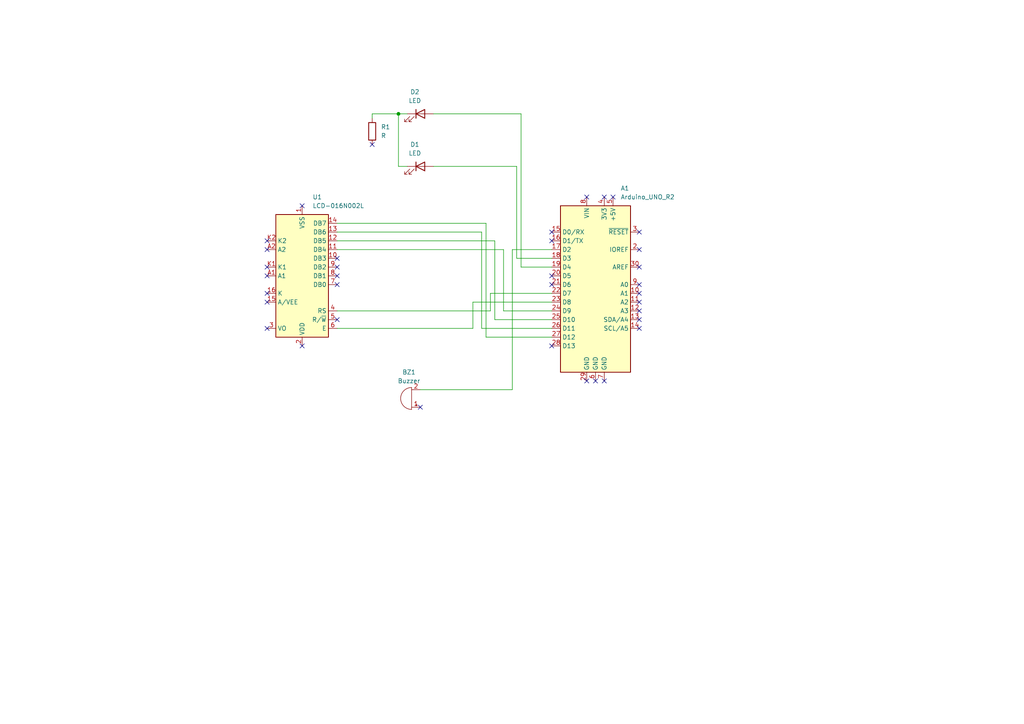
<source format=kicad_sch>
(kicad_sch
	(version 20231120)
	(generator "eeschema")
	(generator_version "8.0")
	(uuid "bfa384df-e5fb-412c-a738-63263c9c4c49")
	(paper "A4")
	(lib_symbols
		(symbol "Device:Buzzer"
			(pin_names
				(offset 0.0254) hide)
			(exclude_from_sim no)
			(in_bom yes)
			(on_board yes)
			(property "Reference" "BZ"
				(at 3.81 1.27 0)
				(effects
					(font
						(size 1.27 1.27)
					)
					(justify left)
				)
			)
			(property "Value" "Buzzer"
				(at 3.81 -1.27 0)
				(effects
					(font
						(size 1.27 1.27)
					)
					(justify left)
				)
			)
			(property "Footprint" ""
				(at -0.635 2.54 90)
				(effects
					(font
						(size 1.27 1.27)
					)
					(hide yes)
				)
			)
			(property "Datasheet" "~"
				(at -0.635 2.54 90)
				(effects
					(font
						(size 1.27 1.27)
					)
					(hide yes)
				)
			)
			(property "Description" "Buzzer, polarized"
				(at 0 0 0)
				(effects
					(font
						(size 1.27 1.27)
					)
					(hide yes)
				)
			)
			(property "ki_keywords" "quartz resonator ceramic"
				(at 0 0 0)
				(effects
					(font
						(size 1.27 1.27)
					)
					(hide yes)
				)
			)
			(property "ki_fp_filters" "*Buzzer*"
				(at 0 0 0)
				(effects
					(font
						(size 1.27 1.27)
					)
					(hide yes)
				)
			)
			(symbol "Buzzer_0_1"
				(arc
					(start 0 -3.175)
					(mid 3.1612 0)
					(end 0 3.175)
					(stroke
						(width 0)
						(type default)
					)
					(fill
						(type none)
					)
				)
				(polyline
					(pts
						(xy -1.651 1.905) (xy -1.143 1.905)
					)
					(stroke
						(width 0)
						(type default)
					)
					(fill
						(type none)
					)
				)
				(polyline
					(pts
						(xy -1.397 2.159) (xy -1.397 1.651)
					)
					(stroke
						(width 0)
						(type default)
					)
					(fill
						(type none)
					)
				)
				(polyline
					(pts
						(xy 0 3.175) (xy 0 -3.175)
					)
					(stroke
						(width 0)
						(type default)
					)
					(fill
						(type none)
					)
				)
			)
			(symbol "Buzzer_1_1"
				(pin passive line
					(at -2.54 2.54 0)
					(length 2.54)
					(name "+"
						(effects
							(font
								(size 1.27 1.27)
							)
						)
					)
					(number "1"
						(effects
							(font
								(size 1.27 1.27)
							)
						)
					)
				)
				(pin passive line
					(at -2.54 -2.54 0)
					(length 2.54)
					(name "-"
						(effects
							(font
								(size 1.27 1.27)
							)
						)
					)
					(number "2"
						(effects
							(font
								(size 1.27 1.27)
							)
						)
					)
				)
			)
		)
		(symbol "Device:LED"
			(pin_numbers hide)
			(pin_names
				(offset 1.016) hide)
			(exclude_from_sim no)
			(in_bom yes)
			(on_board yes)
			(property "Reference" "D"
				(at 0 2.54 0)
				(effects
					(font
						(size 1.27 1.27)
					)
				)
			)
			(property "Value" "LED"
				(at 0 -2.54 0)
				(effects
					(font
						(size 1.27 1.27)
					)
				)
			)
			(property "Footprint" ""
				(at 0 0 0)
				(effects
					(font
						(size 1.27 1.27)
					)
					(hide yes)
				)
			)
			(property "Datasheet" "~"
				(at 0 0 0)
				(effects
					(font
						(size 1.27 1.27)
					)
					(hide yes)
				)
			)
			(property "Description" "Light emitting diode"
				(at 0 0 0)
				(effects
					(font
						(size 1.27 1.27)
					)
					(hide yes)
				)
			)
			(property "ki_keywords" "LED diode"
				(at 0 0 0)
				(effects
					(font
						(size 1.27 1.27)
					)
					(hide yes)
				)
			)
			(property "ki_fp_filters" "LED* LED_SMD:* LED_THT:*"
				(at 0 0 0)
				(effects
					(font
						(size 1.27 1.27)
					)
					(hide yes)
				)
			)
			(symbol "LED_0_1"
				(polyline
					(pts
						(xy -1.27 -1.27) (xy -1.27 1.27)
					)
					(stroke
						(width 0.254)
						(type default)
					)
					(fill
						(type none)
					)
				)
				(polyline
					(pts
						(xy -1.27 0) (xy 1.27 0)
					)
					(stroke
						(width 0)
						(type default)
					)
					(fill
						(type none)
					)
				)
				(polyline
					(pts
						(xy 1.27 -1.27) (xy 1.27 1.27) (xy -1.27 0) (xy 1.27 -1.27)
					)
					(stroke
						(width 0.254)
						(type default)
					)
					(fill
						(type none)
					)
				)
				(polyline
					(pts
						(xy -3.048 -0.762) (xy -4.572 -2.286) (xy -3.81 -2.286) (xy -4.572 -2.286) (xy -4.572 -1.524)
					)
					(stroke
						(width 0)
						(type default)
					)
					(fill
						(type none)
					)
				)
				(polyline
					(pts
						(xy -1.778 -0.762) (xy -3.302 -2.286) (xy -2.54 -2.286) (xy -3.302 -2.286) (xy -3.302 -1.524)
					)
					(stroke
						(width 0)
						(type default)
					)
					(fill
						(type none)
					)
				)
			)
			(symbol "LED_1_1"
				(pin passive line
					(at -3.81 0 0)
					(length 2.54)
					(name "K"
						(effects
							(font
								(size 1.27 1.27)
							)
						)
					)
					(number "1"
						(effects
							(font
								(size 1.27 1.27)
							)
						)
					)
				)
				(pin passive line
					(at 3.81 0 180)
					(length 2.54)
					(name "A"
						(effects
							(font
								(size 1.27 1.27)
							)
						)
					)
					(number "2"
						(effects
							(font
								(size 1.27 1.27)
							)
						)
					)
				)
			)
		)
		(symbol "Device:R"
			(pin_numbers hide)
			(pin_names
				(offset 0)
			)
			(exclude_from_sim no)
			(in_bom yes)
			(on_board yes)
			(property "Reference" "R"
				(at 2.032 0 90)
				(effects
					(font
						(size 1.27 1.27)
					)
				)
			)
			(property "Value" "R"
				(at 0 0 90)
				(effects
					(font
						(size 1.27 1.27)
					)
				)
			)
			(property "Footprint" ""
				(at -1.778 0 90)
				(effects
					(font
						(size 1.27 1.27)
					)
					(hide yes)
				)
			)
			(property "Datasheet" "~"
				(at 0 0 0)
				(effects
					(font
						(size 1.27 1.27)
					)
					(hide yes)
				)
			)
			(property "Description" "Resistor"
				(at 0 0 0)
				(effects
					(font
						(size 1.27 1.27)
					)
					(hide yes)
				)
			)
			(property "ki_keywords" "R res resistor"
				(at 0 0 0)
				(effects
					(font
						(size 1.27 1.27)
					)
					(hide yes)
				)
			)
			(property "ki_fp_filters" "R_*"
				(at 0 0 0)
				(effects
					(font
						(size 1.27 1.27)
					)
					(hide yes)
				)
			)
			(symbol "R_0_1"
				(rectangle
					(start -1.016 -2.54)
					(end 1.016 2.54)
					(stroke
						(width 0.254)
						(type default)
					)
					(fill
						(type none)
					)
				)
			)
			(symbol "R_1_1"
				(pin passive line
					(at 0 3.81 270)
					(length 1.27)
					(name "~"
						(effects
							(font
								(size 1.27 1.27)
							)
						)
					)
					(number "1"
						(effects
							(font
								(size 1.27 1.27)
							)
						)
					)
				)
				(pin passive line
					(at 0 -3.81 90)
					(length 1.27)
					(name "~"
						(effects
							(font
								(size 1.27 1.27)
							)
						)
					)
					(number "2"
						(effects
							(font
								(size 1.27 1.27)
							)
						)
					)
				)
			)
		)
		(symbol "Display_Character:LCD-016N002L"
			(exclude_from_sim no)
			(in_bom yes)
			(on_board yes)
			(property "Reference" "U"
				(at -6.35 18.796 0)
				(effects
					(font
						(size 1.27 1.27)
					)
				)
			)
			(property "Value" "LCD-016N002L"
				(at 8.636 18.796 0)
				(effects
					(font
						(size 1.27 1.27)
					)
				)
			)
			(property "Footprint" "Display:LCD-016N002L"
				(at 0.508 -23.368 0)
				(effects
					(font
						(size 1.27 1.27)
					)
					(hide yes)
				)
			)
			(property "Datasheet" "http://www.vishay.com/docs/37299/37299.pdf"
				(at 12.7 -7.62 0)
				(effects
					(font
						(size 1.27 1.27)
					)
					(hide yes)
				)
			)
			(property "Description" "LCD 12x2, 8 bit parallel bus, 3V or 5V VDD"
				(at 0 0 0)
				(effects
					(font
						(size 1.27 1.27)
					)
					(hide yes)
				)
			)
			(property "ki_keywords" "display LCD dot-matrix"
				(at 0 0 0)
				(effects
					(font
						(size 1.27 1.27)
					)
					(hide yes)
				)
			)
			(property "ki_fp_filters" "*LCD*016N002L*"
				(at 0 0 0)
				(effects
					(font
						(size 1.27 1.27)
					)
					(hide yes)
				)
			)
			(symbol "LCD-016N002L_1_1"
				(rectangle
					(start -7.62 17.78)
					(end 7.62 -17.78)
					(stroke
						(width 0.254)
						(type default)
					)
					(fill
						(type background)
					)
				)
				(pin power_in line
					(at 0 -20.32 90)
					(length 2.54)
					(name "VSS"
						(effects
							(font
								(size 1.27 1.27)
							)
						)
					)
					(number "1"
						(effects
							(font
								(size 1.27 1.27)
							)
						)
					)
				)
				(pin bidirectional line
					(at -10.16 -5.08 0)
					(length 2.54)
					(name "DB3"
						(effects
							(font
								(size 1.27 1.27)
							)
						)
					)
					(number "10"
						(effects
							(font
								(size 1.27 1.27)
							)
						)
					)
				)
				(pin bidirectional line
					(at -10.16 -7.62 0)
					(length 2.54)
					(name "DB4"
						(effects
							(font
								(size 1.27 1.27)
							)
						)
					)
					(number "11"
						(effects
							(font
								(size 1.27 1.27)
							)
						)
					)
				)
				(pin bidirectional line
					(at -10.16 -10.16 0)
					(length 2.54)
					(name "DB5"
						(effects
							(font
								(size 1.27 1.27)
							)
						)
					)
					(number "12"
						(effects
							(font
								(size 1.27 1.27)
							)
						)
					)
				)
				(pin bidirectional line
					(at -10.16 -12.7 0)
					(length 2.54)
					(name "DB6"
						(effects
							(font
								(size 1.27 1.27)
							)
						)
					)
					(number "13"
						(effects
							(font
								(size 1.27 1.27)
							)
						)
					)
				)
				(pin bidirectional line
					(at -10.16 -15.24 0)
					(length 2.54)
					(name "DB7"
						(effects
							(font
								(size 1.27 1.27)
							)
						)
					)
					(number "14"
						(effects
							(font
								(size 1.27 1.27)
							)
						)
					)
				)
				(pin power_in line
					(at 10.16 7.62 180)
					(length 2.54)
					(name "A/VEE"
						(effects
							(font
								(size 1.27 1.27)
							)
						)
					)
					(number "15"
						(effects
							(font
								(size 1.27 1.27)
							)
						)
					)
				)
				(pin power_in line
					(at 10.16 5.08 180)
					(length 2.54)
					(name "K"
						(effects
							(font
								(size 1.27 1.27)
							)
						)
					)
					(number "16"
						(effects
							(font
								(size 1.27 1.27)
							)
						)
					)
				)
				(pin power_in line
					(at 0 20.32 270)
					(length 2.54)
					(name "VDD"
						(effects
							(font
								(size 1.27 1.27)
							)
						)
					)
					(number "2"
						(effects
							(font
								(size 1.27 1.27)
							)
						)
					)
				)
				(pin input line
					(at 10.16 15.24 180)
					(length 2.54)
					(name "VO"
						(effects
							(font
								(size 1.27 1.27)
							)
						)
					)
					(number "3"
						(effects
							(font
								(size 1.27 1.27)
							)
						)
					)
				)
				(pin input line
					(at -10.16 10.16 0)
					(length 2.54)
					(name "RS"
						(effects
							(font
								(size 1.27 1.27)
							)
						)
					)
					(number "4"
						(effects
							(font
								(size 1.27 1.27)
							)
						)
					)
				)
				(pin input line
					(at -10.16 12.7 0)
					(length 2.54)
					(name "R/~{W}"
						(effects
							(font
								(size 1.27 1.27)
							)
						)
					)
					(number "5"
						(effects
							(font
								(size 1.27 1.27)
							)
						)
					)
				)
				(pin input line
					(at -10.16 15.24 0)
					(length 2.54)
					(name "E"
						(effects
							(font
								(size 1.27 1.27)
							)
						)
					)
					(number "6"
						(effects
							(font
								(size 1.27 1.27)
							)
						)
					)
				)
				(pin bidirectional line
					(at -10.16 2.54 0)
					(length 2.54)
					(name "DB0"
						(effects
							(font
								(size 1.27 1.27)
							)
						)
					)
					(number "7"
						(effects
							(font
								(size 1.27 1.27)
							)
						)
					)
				)
				(pin bidirectional line
					(at -10.16 0 0)
					(length 2.54)
					(name "DB1"
						(effects
							(font
								(size 1.27 1.27)
							)
						)
					)
					(number "8"
						(effects
							(font
								(size 1.27 1.27)
							)
						)
					)
				)
				(pin bidirectional line
					(at -10.16 -2.54 0)
					(length 2.54)
					(name "DB2"
						(effects
							(font
								(size 1.27 1.27)
							)
						)
					)
					(number "9"
						(effects
							(font
								(size 1.27 1.27)
							)
						)
					)
				)
				(pin power_in line
					(at 10.16 0 180)
					(length 2.54)
					(name "A1"
						(effects
							(font
								(size 1.27 1.27)
							)
						)
					)
					(number "A1"
						(effects
							(font
								(size 1.27 1.27)
							)
						)
					)
				)
				(pin power_in line
					(at 10.16 -7.62 180)
					(length 2.54)
					(name "A2"
						(effects
							(font
								(size 1.27 1.27)
							)
						)
					)
					(number "A2"
						(effects
							(font
								(size 1.27 1.27)
							)
						)
					)
				)
				(pin power_in line
					(at 10.16 -2.54 180)
					(length 2.54)
					(name "K1"
						(effects
							(font
								(size 1.27 1.27)
							)
						)
					)
					(number "K1"
						(effects
							(font
								(size 1.27 1.27)
							)
						)
					)
				)
				(pin power_in line
					(at 10.16 -10.16 180)
					(length 2.54)
					(name "K2"
						(effects
							(font
								(size 1.27 1.27)
							)
						)
					)
					(number "K2"
						(effects
							(font
								(size 1.27 1.27)
							)
						)
					)
				)
			)
		)
		(symbol "MCU_Module:Arduino_UNO_R2"
			(exclude_from_sim no)
			(in_bom yes)
			(on_board yes)
			(property "Reference" "A"
				(at -10.16 23.495 0)
				(effects
					(font
						(size 1.27 1.27)
					)
					(justify left bottom)
				)
			)
			(property "Value" "Arduino_UNO_R2"
				(at 5.08 -26.67 0)
				(effects
					(font
						(size 1.27 1.27)
					)
					(justify left top)
				)
			)
			(property "Footprint" "Module:Arduino_UNO_R2"
				(at 0 0 0)
				(effects
					(font
						(size 1.27 1.27)
						(italic yes)
					)
					(hide yes)
				)
			)
			(property "Datasheet" "https://www.arduino.cc/en/Main/arduinoBoardUno"
				(at 0 0 0)
				(effects
					(font
						(size 1.27 1.27)
					)
					(hide yes)
				)
			)
			(property "Description" "Arduino UNO Microcontroller Module, release 2"
				(at 0 0 0)
				(effects
					(font
						(size 1.27 1.27)
					)
					(hide yes)
				)
			)
			(property "ki_keywords" "Arduino UNO R3 Microcontroller Module Atmel AVR USB"
				(at 0 0 0)
				(effects
					(font
						(size 1.27 1.27)
					)
					(hide yes)
				)
			)
			(property "ki_fp_filters" "Arduino*UNO*R2*"
				(at 0 0 0)
				(effects
					(font
						(size 1.27 1.27)
					)
					(hide yes)
				)
			)
			(symbol "Arduino_UNO_R2_0_1"
				(rectangle
					(start -10.16 22.86)
					(end 10.16 -25.4)
					(stroke
						(width 0.254)
						(type default)
					)
					(fill
						(type background)
					)
				)
			)
			(symbol "Arduino_UNO_R2_1_1"
				(pin no_connect line
					(at -10.16 -20.32 0)
					(length 2.54) hide
					(name "NC"
						(effects
							(font
								(size 1.27 1.27)
							)
						)
					)
					(number "1"
						(effects
							(font
								(size 1.27 1.27)
							)
						)
					)
				)
				(pin bidirectional line
					(at 12.7 -2.54 180)
					(length 2.54)
					(name "A1"
						(effects
							(font
								(size 1.27 1.27)
							)
						)
					)
					(number "10"
						(effects
							(font
								(size 1.27 1.27)
							)
						)
					)
				)
				(pin bidirectional line
					(at 12.7 -5.08 180)
					(length 2.54)
					(name "A2"
						(effects
							(font
								(size 1.27 1.27)
							)
						)
					)
					(number "11"
						(effects
							(font
								(size 1.27 1.27)
							)
						)
					)
				)
				(pin bidirectional line
					(at 12.7 -7.62 180)
					(length 2.54)
					(name "A3"
						(effects
							(font
								(size 1.27 1.27)
							)
						)
					)
					(number "12"
						(effects
							(font
								(size 1.27 1.27)
							)
						)
					)
				)
				(pin bidirectional line
					(at 12.7 -10.16 180)
					(length 2.54)
					(name "SDA/A4"
						(effects
							(font
								(size 1.27 1.27)
							)
						)
					)
					(number "13"
						(effects
							(font
								(size 1.27 1.27)
							)
						)
					)
				)
				(pin bidirectional line
					(at 12.7 -12.7 180)
					(length 2.54)
					(name "SCL/A5"
						(effects
							(font
								(size 1.27 1.27)
							)
						)
					)
					(number "14"
						(effects
							(font
								(size 1.27 1.27)
							)
						)
					)
				)
				(pin bidirectional line
					(at -12.7 15.24 0)
					(length 2.54)
					(name "D0/RX"
						(effects
							(font
								(size 1.27 1.27)
							)
						)
					)
					(number "15"
						(effects
							(font
								(size 1.27 1.27)
							)
						)
					)
				)
				(pin bidirectional line
					(at -12.7 12.7 0)
					(length 2.54)
					(name "D1/TX"
						(effects
							(font
								(size 1.27 1.27)
							)
						)
					)
					(number "16"
						(effects
							(font
								(size 1.27 1.27)
							)
						)
					)
				)
				(pin bidirectional line
					(at -12.7 10.16 0)
					(length 2.54)
					(name "D2"
						(effects
							(font
								(size 1.27 1.27)
							)
						)
					)
					(number "17"
						(effects
							(font
								(size 1.27 1.27)
							)
						)
					)
				)
				(pin bidirectional line
					(at -12.7 7.62 0)
					(length 2.54)
					(name "D3"
						(effects
							(font
								(size 1.27 1.27)
							)
						)
					)
					(number "18"
						(effects
							(font
								(size 1.27 1.27)
							)
						)
					)
				)
				(pin bidirectional line
					(at -12.7 5.08 0)
					(length 2.54)
					(name "D4"
						(effects
							(font
								(size 1.27 1.27)
							)
						)
					)
					(number "19"
						(effects
							(font
								(size 1.27 1.27)
							)
						)
					)
				)
				(pin output line
					(at 12.7 10.16 180)
					(length 2.54)
					(name "IOREF"
						(effects
							(font
								(size 1.27 1.27)
							)
						)
					)
					(number "2"
						(effects
							(font
								(size 1.27 1.27)
							)
						)
					)
				)
				(pin bidirectional line
					(at -12.7 2.54 0)
					(length 2.54)
					(name "D5"
						(effects
							(font
								(size 1.27 1.27)
							)
						)
					)
					(number "20"
						(effects
							(font
								(size 1.27 1.27)
							)
						)
					)
				)
				(pin bidirectional line
					(at -12.7 0 0)
					(length 2.54)
					(name "D6"
						(effects
							(font
								(size 1.27 1.27)
							)
						)
					)
					(number "21"
						(effects
							(font
								(size 1.27 1.27)
							)
						)
					)
				)
				(pin bidirectional line
					(at -12.7 -2.54 0)
					(length 2.54)
					(name "D7"
						(effects
							(font
								(size 1.27 1.27)
							)
						)
					)
					(number "22"
						(effects
							(font
								(size 1.27 1.27)
							)
						)
					)
				)
				(pin bidirectional line
					(at -12.7 -5.08 0)
					(length 2.54)
					(name "D8"
						(effects
							(font
								(size 1.27 1.27)
							)
						)
					)
					(number "23"
						(effects
							(font
								(size 1.27 1.27)
							)
						)
					)
				)
				(pin bidirectional line
					(at -12.7 -7.62 0)
					(length 2.54)
					(name "D9"
						(effects
							(font
								(size 1.27 1.27)
							)
						)
					)
					(number "24"
						(effects
							(font
								(size 1.27 1.27)
							)
						)
					)
				)
				(pin bidirectional line
					(at -12.7 -10.16 0)
					(length 2.54)
					(name "D10"
						(effects
							(font
								(size 1.27 1.27)
							)
						)
					)
					(number "25"
						(effects
							(font
								(size 1.27 1.27)
							)
						)
					)
				)
				(pin bidirectional line
					(at -12.7 -12.7 0)
					(length 2.54)
					(name "D11"
						(effects
							(font
								(size 1.27 1.27)
							)
						)
					)
					(number "26"
						(effects
							(font
								(size 1.27 1.27)
							)
						)
					)
				)
				(pin bidirectional line
					(at -12.7 -15.24 0)
					(length 2.54)
					(name "D12"
						(effects
							(font
								(size 1.27 1.27)
							)
						)
					)
					(number "27"
						(effects
							(font
								(size 1.27 1.27)
							)
						)
					)
				)
				(pin bidirectional line
					(at -12.7 -17.78 0)
					(length 2.54)
					(name "D13"
						(effects
							(font
								(size 1.27 1.27)
							)
						)
					)
					(number "28"
						(effects
							(font
								(size 1.27 1.27)
							)
						)
					)
				)
				(pin power_in line
					(at -2.54 -27.94 90)
					(length 2.54)
					(name "GND"
						(effects
							(font
								(size 1.27 1.27)
							)
						)
					)
					(number "29"
						(effects
							(font
								(size 1.27 1.27)
							)
						)
					)
				)
				(pin input line
					(at 12.7 15.24 180)
					(length 2.54)
					(name "~{RESET}"
						(effects
							(font
								(size 1.27 1.27)
							)
						)
					)
					(number "3"
						(effects
							(font
								(size 1.27 1.27)
							)
						)
					)
				)
				(pin input line
					(at 12.7 5.08 180)
					(length 2.54)
					(name "AREF"
						(effects
							(font
								(size 1.27 1.27)
							)
						)
					)
					(number "30"
						(effects
							(font
								(size 1.27 1.27)
							)
						)
					)
				)
				(pin power_out line
					(at 2.54 25.4 270)
					(length 2.54)
					(name "3V3"
						(effects
							(font
								(size 1.27 1.27)
							)
						)
					)
					(number "4"
						(effects
							(font
								(size 1.27 1.27)
							)
						)
					)
				)
				(pin power_out line
					(at 5.08 25.4 270)
					(length 2.54)
					(name "+5V"
						(effects
							(font
								(size 1.27 1.27)
							)
						)
					)
					(number "5"
						(effects
							(font
								(size 1.27 1.27)
							)
						)
					)
				)
				(pin power_in line
					(at 0 -27.94 90)
					(length 2.54)
					(name "GND"
						(effects
							(font
								(size 1.27 1.27)
							)
						)
					)
					(number "6"
						(effects
							(font
								(size 1.27 1.27)
							)
						)
					)
				)
				(pin power_in line
					(at 2.54 -27.94 90)
					(length 2.54)
					(name "GND"
						(effects
							(font
								(size 1.27 1.27)
							)
						)
					)
					(number "7"
						(effects
							(font
								(size 1.27 1.27)
							)
						)
					)
				)
				(pin power_in line
					(at -2.54 25.4 270)
					(length 2.54)
					(name "VIN"
						(effects
							(font
								(size 1.27 1.27)
							)
						)
					)
					(number "8"
						(effects
							(font
								(size 1.27 1.27)
							)
						)
					)
				)
				(pin bidirectional line
					(at 12.7 0 180)
					(length 2.54)
					(name "A0"
						(effects
							(font
								(size 1.27 1.27)
							)
						)
					)
					(number "9"
						(effects
							(font
								(size 1.27 1.27)
							)
						)
					)
				)
			)
		)
	)
	(junction
		(at 115.57 33.02)
		(diameter 0)
		(color 0 0 0 0)
		(uuid "f5c38f05-4d76-4cc5-b9ee-46be9adccf10")
	)
	(no_connect
		(at 97.79 82.55)
		(uuid "0b1f8841-501c-483b-bd2e-2a397281a218")
	)
	(no_connect
		(at 77.47 72.39)
		(uuid "0c99909a-07df-48a9-a16b-406859664a47")
	)
	(no_connect
		(at 97.79 92.71)
		(uuid "11c16017-55b6-4e06-b230-70b4ebf80e85")
	)
	(no_connect
		(at 121.92 118.11)
		(uuid "1343268a-ec2f-4ec4-8f84-31b9486caa90")
	)
	(no_connect
		(at 77.47 69.85)
		(uuid "143dd8d7-2dac-41b9-b123-c068f483e80a")
	)
	(no_connect
		(at 77.47 80.01)
		(uuid "1e592888-988a-4684-ba7c-f1b0187df979")
	)
	(no_connect
		(at 87.63 100.33)
		(uuid "22ae38bd-385f-4d68-b7fd-2e884616fc6a")
	)
	(no_connect
		(at 97.79 80.01)
		(uuid "3f5d0b1b-6972-4f5c-ba3f-e59592803039")
	)
	(no_connect
		(at 185.42 92.71)
		(uuid "52417cc4-e2e0-497a-a447-12a02ebe8606")
	)
	(no_connect
		(at 160.02 67.31)
		(uuid "5a167ba9-0885-45fc-827e-a4242e6b3d5a")
	)
	(no_connect
		(at 170.18 110.49)
		(uuid "5aef41b1-f4c6-410c-88fc-89d77a3615b2")
	)
	(no_connect
		(at 160.02 69.85)
		(uuid "5b599e1f-950f-4eb4-8756-ab42cf29ab83")
	)
	(no_connect
		(at 107.95 41.91)
		(uuid "6a458769-398f-44c8-9ee3-bb9635cffa86")
	)
	(no_connect
		(at 185.42 67.31)
		(uuid "6a960b15-13dc-4435-b98f-0111e96fb978")
	)
	(no_connect
		(at 175.26 57.15)
		(uuid "6bae2e05-a3d4-494a-bb76-13dd21bde40a")
	)
	(no_connect
		(at 177.8 57.15)
		(uuid "6c59b291-b7aa-40cc-90b3-aec3d70a47c3")
	)
	(no_connect
		(at 160.02 82.55)
		(uuid "6d09ce9c-4474-46c1-a67a-baa621395b00")
	)
	(no_connect
		(at 160.02 100.33)
		(uuid "78b9c1e9-5f35-4a1d-9387-9df284ccdd06")
	)
	(no_connect
		(at 160.02 80.01)
		(uuid "798bb193-e4d2-49f9-a7b4-b5c28b9a04b8")
	)
	(no_connect
		(at 170.18 57.15)
		(uuid "80e5c979-0dcb-4267-8e2f-193d9942cc40")
	)
	(no_connect
		(at 185.42 95.25)
		(uuid "850f6899-c722-4df2-aa72-d1da41995b7a")
	)
	(no_connect
		(at 97.79 77.47)
		(uuid "8f72a316-55c0-41d1-a536-3842c67badbf")
	)
	(no_connect
		(at 77.47 95.25)
		(uuid "8fc9dbc1-a323-4a65-a419-3fd777fbbf73")
	)
	(no_connect
		(at 185.42 87.63)
		(uuid "927c05a3-1a87-4e14-b017-8ac6f2e4ac8f")
	)
	(no_connect
		(at 172.72 110.49)
		(uuid "951a7620-aeb0-4da4-998d-b15470845781")
	)
	(no_connect
		(at 185.42 85.09)
		(uuid "95b4e5c8-298c-4755-addb-05d40c626fcb")
	)
	(no_connect
		(at 185.42 90.17)
		(uuid "96c07fe9-4f5b-4543-ba33-ee615476c65a")
	)
	(no_connect
		(at 77.47 85.09)
		(uuid "a0aaefd5-ce18-4524-8403-229a8b1fbd59")
	)
	(no_connect
		(at 87.63 59.69)
		(uuid "a182f0f1-c9cc-42dd-b643-1d24870d5d58")
	)
	(no_connect
		(at 185.42 72.39)
		(uuid "ad8eea81-f7d8-4256-bcd4-4539a02f9917")
	)
	(no_connect
		(at 77.47 87.63)
		(uuid "b07fa16f-44a0-4986-b227-e0c1440dfbb8")
	)
	(no_connect
		(at 97.79 74.93)
		(uuid "bbd009f6-58ab-4c95-b8cc-165a584fa55f")
	)
	(no_connect
		(at 77.47 77.47)
		(uuid "c4e268c9-0c90-4051-a5ed-cc53aebd2ff4")
	)
	(no_connect
		(at 175.26 110.49)
		(uuid "d3048bec-3254-4e6d-a3b3-67c53359b7a8")
	)
	(no_connect
		(at 185.42 82.55)
		(uuid "e1fe95f7-540d-4a79-88e7-05f5c70cee2d")
	)
	(no_connect
		(at 185.42 77.47)
		(uuid "fbb12f69-69b2-47f1-ba7d-ba12956b805b")
	)
	(wire
		(pts
			(xy 139.7 95.25) (xy 160.02 95.25)
		)
		(stroke
			(width 0)
			(type default)
		)
		(uuid "0160fe72-6d42-4949-8c7d-b2ca453eeec3")
	)
	(wire
		(pts
			(xy 137.16 95.25) (xy 137.16 87.63)
		)
		(stroke
			(width 0)
			(type default)
		)
		(uuid "097788bf-831c-4447-a69e-66b3827b5712")
	)
	(wire
		(pts
			(xy 146.05 72.39) (xy 146.05 90.17)
		)
		(stroke
			(width 0)
			(type default)
		)
		(uuid "121590bf-ec6a-4bc2-9ec4-bac0f26c092c")
	)
	(wire
		(pts
			(xy 146.05 90.17) (xy 160.02 90.17)
		)
		(stroke
			(width 0)
			(type default)
		)
		(uuid "1a6a01a2-8892-410f-a714-673bced06832")
	)
	(wire
		(pts
			(xy 97.79 72.39) (xy 146.05 72.39)
		)
		(stroke
			(width 0)
			(type default)
		)
		(uuid "1a9f9d37-c751-4571-a189-2233af9f0bdd")
	)
	(wire
		(pts
			(xy 139.7 67.31) (xy 139.7 95.25)
		)
		(stroke
			(width 0)
			(type default)
		)
		(uuid "35fcfc82-dc65-46d7-b899-b9a30d2eb17e")
	)
	(wire
		(pts
			(xy 97.79 95.25) (xy 137.16 95.25)
		)
		(stroke
			(width 0)
			(type default)
		)
		(uuid "3f5fddc8-5edd-4759-b595-be6c4fd5b9ae")
	)
	(wire
		(pts
			(xy 97.79 64.77) (xy 140.97 64.77)
		)
		(stroke
			(width 0)
			(type default)
		)
		(uuid "52e438a5-95b3-461d-bdbd-9009ee33905d")
	)
	(wire
		(pts
			(xy 97.79 90.17) (xy 142.24 90.17)
		)
		(stroke
			(width 0)
			(type default)
		)
		(uuid "575eee77-fe24-4f5b-9587-6b4b1a0ed7ec")
	)
	(wire
		(pts
			(xy 149.86 48.26) (xy 125.73 48.26)
		)
		(stroke
			(width 0)
			(type default)
		)
		(uuid "585a2add-3bc6-4c3d-8d73-3c8b0c85aad1")
	)
	(wire
		(pts
			(xy 107.95 33.02) (xy 115.57 33.02)
		)
		(stroke
			(width 0)
			(type default)
		)
		(uuid "664f8eb5-0258-4a58-a898-e1932d994f58")
	)
	(wire
		(pts
			(xy 151.13 33.02) (xy 151.13 77.47)
		)
		(stroke
			(width 0)
			(type default)
		)
		(uuid "8e287e93-6e2c-421c-99a7-398dc63a1ce2")
	)
	(wire
		(pts
			(xy 97.79 67.31) (xy 139.7 67.31)
		)
		(stroke
			(width 0)
			(type default)
		)
		(uuid "926ce564-33a8-4e84-855b-621fc1b29c1e")
	)
	(wire
		(pts
			(xy 148.59 113.03) (xy 148.59 72.39)
		)
		(stroke
			(width 0)
			(type default)
		)
		(uuid "979f6963-a524-49e5-b1f2-be19ce8780b6")
	)
	(wire
		(pts
			(xy 142.24 85.09) (xy 160.02 85.09)
		)
		(stroke
			(width 0)
			(type default)
		)
		(uuid "9a970d51-e943-41fe-bdb9-f45421201ede")
	)
	(wire
		(pts
			(xy 142.24 90.17) (xy 142.24 85.09)
		)
		(stroke
			(width 0)
			(type default)
		)
		(uuid "9c27ecb9-c11f-410a-b4db-0ff414cc04f2")
	)
	(wire
		(pts
			(xy 143.51 69.85) (xy 143.51 92.71)
		)
		(stroke
			(width 0)
			(type default)
		)
		(uuid "a31bb9d2-1252-4491-b234-a1162bc74c6b")
	)
	(wire
		(pts
			(xy 140.97 64.77) (xy 140.97 97.79)
		)
		(stroke
			(width 0)
			(type default)
		)
		(uuid "af1645c4-c97d-4880-8c76-90760ce40cda")
	)
	(wire
		(pts
			(xy 118.11 48.26) (xy 115.57 48.26)
		)
		(stroke
			(width 0)
			(type default)
		)
		(uuid "b31e6337-9c26-4287-a83d-e2973ad82d4a")
	)
	(wire
		(pts
			(xy 137.16 87.63) (xy 160.02 87.63)
		)
		(stroke
			(width 0)
			(type default)
		)
		(uuid "c0dd5457-b9ad-488e-b156-15b0494ab034")
	)
	(wire
		(pts
			(xy 125.73 33.02) (xy 151.13 33.02)
		)
		(stroke
			(width 0)
			(type default)
		)
		(uuid "ca31db6b-3db2-4550-9891-5ee443bed6b9")
	)
	(wire
		(pts
			(xy 149.86 74.93) (xy 149.86 48.26)
		)
		(stroke
			(width 0)
			(type default)
		)
		(uuid "ccc8c059-edef-43d9-ae71-87617d15f0a6")
	)
	(wire
		(pts
			(xy 151.13 77.47) (xy 160.02 77.47)
		)
		(stroke
			(width 0)
			(type default)
		)
		(uuid "cf4b7340-ce92-41ef-9343-308ae16c7be1")
	)
	(wire
		(pts
			(xy 115.57 48.26) (xy 115.57 33.02)
		)
		(stroke
			(width 0)
			(type default)
		)
		(uuid "d47eb5d6-6ff6-4671-9813-c987192e131f")
	)
	(wire
		(pts
			(xy 107.95 34.29) (xy 107.95 33.02)
		)
		(stroke
			(width 0)
			(type default)
		)
		(uuid "d7807220-6b01-4ebf-83b8-31cfe4fdb76e")
	)
	(wire
		(pts
			(xy 143.51 92.71) (xy 160.02 92.71)
		)
		(stroke
			(width 0)
			(type default)
		)
		(uuid "e92e1d4a-5c59-4422-9d97-9b3c5c846e5a")
	)
	(wire
		(pts
			(xy 160.02 74.93) (xy 149.86 74.93)
		)
		(stroke
			(width 0)
			(type default)
		)
		(uuid "eb5d315d-4399-48a5-963c-7578f0dd73c1")
	)
	(wire
		(pts
			(xy 140.97 97.79) (xy 160.02 97.79)
		)
		(stroke
			(width 0)
			(type default)
		)
		(uuid "efe15807-575f-44fe-a92c-9f74760ee305")
	)
	(wire
		(pts
			(xy 115.57 33.02) (xy 118.11 33.02)
		)
		(stroke
			(width 0)
			(type default)
		)
		(uuid "effa3300-8b6b-4e70-8662-5da2528fbf77")
	)
	(wire
		(pts
			(xy 97.79 69.85) (xy 143.51 69.85)
		)
		(stroke
			(width 0)
			(type default)
		)
		(uuid "f2f61082-3a8b-4f61-be27-8dc082e4e438")
	)
	(wire
		(pts
			(xy 148.59 72.39) (xy 160.02 72.39)
		)
		(stroke
			(width 0)
			(type default)
		)
		(uuid "f65d883f-5825-4d32-8695-ae231e9ef696")
	)
	(wire
		(pts
			(xy 121.92 113.03) (xy 148.59 113.03)
		)
		(stroke
			(width 0)
			(type default)
		)
		(uuid "f7e19c05-e1b4-408b-a290-479f4b8ea401")
	)
	(symbol
		(lib_id "Device:R")
		(at 107.95 38.1 0)
		(unit 1)
		(exclude_from_sim no)
		(in_bom yes)
		(on_board yes)
		(dnp no)
		(fields_autoplaced yes)
		(uuid "2c4de6a5-888b-49e7-a3d6-8fdc6a559181")
		(property "Reference" "R1"
			(at 110.49 36.8299 0)
			(effects
				(font
					(size 1.27 1.27)
				)
				(justify left)
			)
		)
		(property "Value" "R"
			(at 110.49 39.3699 0)
			(effects
				(font
					(size 1.27 1.27)
				)
				(justify left)
			)
		)
		(property "Footprint" ""
			(at 106.172 38.1 90)
			(effects
				(font
					(size 1.27 1.27)
				)
				(hide yes)
			)
		)
		(property "Datasheet" "~"
			(at 107.95 38.1 0)
			(effects
				(font
					(size 1.27 1.27)
				)
				(hide yes)
			)
		)
		(property "Description" "Resistor"
			(at 107.95 38.1 0)
			(effects
				(font
					(size 1.27 1.27)
				)
				(hide yes)
			)
		)
		(pin "2"
			(uuid "87c18692-2bd1-4168-a9cb-dd4cb0cc8380")
		)
		(pin "1"
			(uuid "78bf8a71-d8e3-42d1-bfe6-49b22cc0504f")
		)
		(instances
			(project ""
				(path "/bfa384df-e5fb-412c-a738-63263c9c4c49"
					(reference "R1")
					(unit 1)
				)
			)
		)
	)
	(symbol
		(lib_id "Display_Character:LCD-016N002L")
		(at 87.63 80.01 180)
		(unit 1)
		(exclude_from_sim no)
		(in_bom yes)
		(on_board yes)
		(dnp no)
		(fields_autoplaced yes)
		(uuid "3108e4d7-80df-44b2-be5f-33d22447d74b")
		(property "Reference" "U1"
			(at 90.6465 57.15 0)
			(effects
				(font
					(size 1.27 1.27)
				)
				(justify right)
			)
		)
		(property "Value" "LCD-016N002L"
			(at 90.6465 59.69 0)
			(effects
				(font
					(size 1.27 1.27)
				)
				(justify right)
			)
		)
		(property "Footprint" "Display:LCD-016N002L"
			(at 87.122 56.642 0)
			(effects
				(font
					(size 1.27 1.27)
				)
				(hide yes)
			)
		)
		(property "Datasheet" "http://www.vishay.com/docs/37299/37299.pdf"
			(at 74.93 72.39 0)
			(effects
				(font
					(size 1.27 1.27)
				)
				(hide yes)
			)
		)
		(property "Description" "LCD 12x2, 8 bit parallel bus, 3V or 5V VDD"
			(at 87.63 80.01 0)
			(effects
				(font
					(size 1.27 1.27)
				)
				(hide yes)
			)
		)
		(pin "A2"
			(uuid "5e8aecbc-6d08-4139-8ee8-8897a67b6f85")
		)
		(pin "K2"
			(uuid "387e3ee4-0fdb-4376-9094-6a759a263d68")
		)
		(pin "6"
			(uuid "5862ed77-06a0-43fb-92b1-b1741f20aec5")
		)
		(pin "3"
			(uuid "7c82e3db-beaa-423a-b857-d064dd492c51")
		)
		(pin "5"
			(uuid "cb80dcff-e93e-4d8d-bdc1-726e57cad9b4")
		)
		(pin "8"
			(uuid "877020ce-5db0-431e-adf3-78d32619e5b3")
		)
		(pin "16"
			(uuid "d4c66678-6737-4978-b529-f82c4b2a9512")
		)
		(pin "9"
			(uuid "d86a0587-3fd1-4e3a-abab-cd069f293317")
		)
		(pin "1"
			(uuid "d24aeace-0ffc-45c0-ac28-160f307d998b")
		)
		(pin "13"
			(uuid "17136eb3-a7c9-42ad-8073-60ff69be1bae")
		)
		(pin "15"
			(uuid "78cfedfa-a8cb-4cb7-82f8-2c599cda31a4")
		)
		(pin "K1"
			(uuid "f7452c4a-e62d-483e-badd-24220593c11c")
		)
		(pin "A1"
			(uuid "d62aef65-b28d-4ef7-8fdc-bf26bf1eadc1")
		)
		(pin "12"
			(uuid "0bc62adf-44f3-4c58-9d20-7c1302ca0ac0")
		)
		(pin "2"
			(uuid "de54b9c0-d1ac-4d59-b23c-577a231fe308")
		)
		(pin "14"
			(uuid "789f6beb-8c2b-4de1-b8d9-d517622c1ea6")
		)
		(pin "4"
			(uuid "d25ee0e0-7d27-4d00-ba90-db10f0202376")
		)
		(pin "11"
			(uuid "b0d156bf-5dde-4538-a884-7f6a00320f3c")
		)
		(pin "7"
			(uuid "700f050e-bdb6-4c2d-be0f-5a6a69f71f3b")
		)
		(pin "10"
			(uuid "676138ae-7163-4025-9e59-1016382f6943")
		)
		(instances
			(project ""
				(path "/bfa384df-e5fb-412c-a738-63263c9c4c49"
					(reference "U1")
					(unit 1)
				)
			)
		)
	)
	(symbol
		(lib_id "Device:LED")
		(at 121.92 48.26 0)
		(unit 1)
		(exclude_from_sim no)
		(in_bom yes)
		(on_board yes)
		(dnp no)
		(fields_autoplaced yes)
		(uuid "58d6f393-c44c-43d4-a2ff-ff631d4af445")
		(property "Reference" "D1"
			(at 120.3325 41.91 0)
			(effects
				(font
					(size 1.27 1.27)
				)
			)
		)
		(property "Value" "LED"
			(at 120.3325 44.45 0)
			(effects
				(font
					(size 1.27 1.27)
				)
			)
		)
		(property "Footprint" ""
			(at 121.92 48.26 0)
			(effects
				(font
					(size 1.27 1.27)
				)
				(hide yes)
			)
		)
		(property "Datasheet" "~"
			(at 121.92 48.26 0)
			(effects
				(font
					(size 1.27 1.27)
				)
				(hide yes)
			)
		)
		(property "Description" "Light emitting diode"
			(at 121.92 48.26 0)
			(effects
				(font
					(size 1.27 1.27)
				)
				(hide yes)
			)
		)
		(pin "2"
			(uuid "b4a766e4-c356-4a02-9b74-27f4a7424dff")
		)
		(pin "1"
			(uuid "5dfa8f33-7553-4958-8728-a2521f56e33b")
		)
		(instances
			(project ""
				(path "/bfa384df-e5fb-412c-a738-63263c9c4c49"
					(reference "D1")
					(unit 1)
				)
			)
		)
	)
	(symbol
		(lib_id "MCU_Module:Arduino_UNO_R2")
		(at 172.72 82.55 0)
		(unit 1)
		(exclude_from_sim no)
		(in_bom yes)
		(on_board yes)
		(dnp no)
		(fields_autoplaced yes)
		(uuid "7dd36c34-fcb8-44ce-9590-87cc42b4636c")
		(property "Reference" "A1"
			(at 179.9941 54.61 0)
			(effects
				(font
					(size 1.27 1.27)
				)
				(justify left)
			)
		)
		(property "Value" "Arduino_UNO_R2"
			(at 179.9941 57.15 0)
			(effects
				(font
					(size 1.27 1.27)
				)
				(justify left)
			)
		)
		(property "Footprint" "Module:Arduino_UNO_R2"
			(at 172.72 82.55 0)
			(effects
				(font
					(size 1.27 1.27)
					(italic yes)
				)
				(hide yes)
			)
		)
		(property "Datasheet" "https://www.arduino.cc/en/Main/arduinoBoardUno"
			(at 172.72 82.55 0)
			(effects
				(font
					(size 1.27 1.27)
				)
				(hide yes)
			)
		)
		(property "Description" "Arduino UNO Microcontroller Module, release 2"
			(at 172.72 82.55 0)
			(effects
				(font
					(size 1.27 1.27)
				)
				(hide yes)
			)
		)
		(pin "17"
			(uuid "bbaf2ae5-63e6-45e8-8c58-961995ec5343")
		)
		(pin "27"
			(uuid "97085072-fe0f-43a1-9b50-6669037133c9")
		)
		(pin "14"
			(uuid "79d86aa1-8d87-43ac-9635-88457efd0941")
		)
		(pin "16"
			(uuid "6cd2c8b0-4c6e-442c-a405-4f6c4a2aff49")
		)
		(pin "1"
			(uuid "61deb70c-4fcd-40b5-a389-2f07de3750f6")
		)
		(pin "20"
			(uuid "d13f93ce-405e-4c6b-9dbc-5280597f554b")
		)
		(pin "30"
			(uuid "f1d1bf60-76e7-48cc-8134-143bd41c6fc5")
		)
		(pin "5"
			(uuid "4e776d3c-1dda-41fe-8800-4d8aea439131")
		)
		(pin "6"
			(uuid "d68dbbfa-f577-4d5f-8a84-4ec0b3eb84e6")
		)
		(pin "23"
			(uuid "8164780e-b30e-4235-b468-74d8083def72")
		)
		(pin "3"
			(uuid "116a5d78-3c4e-45de-b5af-7cff14bae5b3")
		)
		(pin "25"
			(uuid "cf7777c6-b52e-411b-a180-c010e4e306eb")
		)
		(pin "12"
			(uuid "0f57d649-7584-4164-b920-16658747412a")
		)
		(pin "8"
			(uuid "7829bc5e-f9c1-458f-b7a6-85096402c212")
		)
		(pin "19"
			(uuid "8be3af3e-1d9f-4ff4-8094-f32977f501c5")
		)
		(pin "24"
			(uuid "598402a3-abf5-4b18-93f5-f62400491587")
		)
		(pin "9"
			(uuid "7fbc20bc-113a-4d00-b9b1-e03eac547edc")
		)
		(pin "26"
			(uuid "bf1ff1c7-db50-41fa-8122-426aceb7d0da")
		)
		(pin "7"
			(uuid "5e766ce8-05a4-435b-a1c0-8380b8594a7d")
		)
		(pin "18"
			(uuid "8d3e9783-36fe-4393-8b43-bec6ce3310b2")
		)
		(pin "11"
			(uuid "d178245b-5b8a-47c7-b802-2cf1fa6a9898")
		)
		(pin "28"
			(uuid "71f2a011-7ad5-4d79-aac8-14d5a209769a")
		)
		(pin "10"
			(uuid "e645fbdb-8105-463a-b81e-9514f9bb4a12")
		)
		(pin "22"
			(uuid "7eade3d4-dc50-486a-b011-2fda17fa1df5")
		)
		(pin "21"
			(uuid "99e2d46a-6c3a-4c7e-8f04-d9ac99c27126")
		)
		(pin "2"
			(uuid "c61488ae-46fd-4a95-b637-c69177d3b97f")
		)
		(pin "4"
			(uuid "49db3d18-804a-446a-bfd4-2e844f5ee64a")
		)
		(pin "15"
			(uuid "cb838f9c-b476-4204-bc3b-1d107cea2404")
		)
		(pin "13"
			(uuid "a497e5b0-0211-4439-bc15-95541d028f8b")
		)
		(pin "29"
			(uuid "a6cf5a7d-e226-4413-9913-d1e31313b127")
		)
		(instances
			(project ""
				(path "/bfa384df-e5fb-412c-a738-63263c9c4c49"
					(reference "A1")
					(unit 1)
				)
			)
		)
	)
	(symbol
		(lib_id "Device:Buzzer")
		(at 119.38 115.57 180)
		(unit 1)
		(exclude_from_sim no)
		(in_bom yes)
		(on_board yes)
		(dnp no)
		(fields_autoplaced yes)
		(uuid "a6061f6f-bc3e-4358-b3ba-c2cc7be58b7f")
		(property "Reference" "BZ1"
			(at 118.6249 107.95 0)
			(effects
				(font
					(size 1.27 1.27)
				)
			)
		)
		(property "Value" "Buzzer"
			(at 118.6249 110.49 0)
			(effects
				(font
					(size 1.27 1.27)
				)
			)
		)
		(property "Footprint" ""
			(at 120.015 118.11 90)
			(effects
				(font
					(size 1.27 1.27)
				)
				(hide yes)
			)
		)
		(property "Datasheet" "~"
			(at 120.015 118.11 90)
			(effects
				(font
					(size 1.27 1.27)
				)
				(hide yes)
			)
		)
		(property "Description" "Buzzer, polarized"
			(at 119.38 115.57 0)
			(effects
				(font
					(size 1.27 1.27)
				)
				(hide yes)
			)
		)
		(pin "2"
			(uuid "3f8db832-c8ff-4768-b4b2-966937b071e7")
		)
		(pin "1"
			(uuid "1bfbe8e5-95a8-4214-b7ef-59b316bd6576")
		)
		(instances
			(project ""
				(path "/bfa384df-e5fb-412c-a738-63263c9c4c49"
					(reference "BZ1")
					(unit 1)
				)
			)
		)
	)
	(symbol
		(lib_id "Device:LED")
		(at 121.92 33.02 0)
		(unit 1)
		(exclude_from_sim no)
		(in_bom yes)
		(on_board yes)
		(dnp no)
		(fields_autoplaced yes)
		(uuid "d680625b-50c7-44fe-bbb9-fef78c4039b6")
		(property "Reference" "D2"
			(at 120.3325 26.67 0)
			(effects
				(font
					(size 1.27 1.27)
				)
			)
		)
		(property "Value" "LED"
			(at 120.3325 29.21 0)
			(effects
				(font
					(size 1.27 1.27)
				)
			)
		)
		(property "Footprint" ""
			(at 121.92 33.02 0)
			(effects
				(font
					(size 1.27 1.27)
				)
				(hide yes)
			)
		)
		(property "Datasheet" "~"
			(at 121.92 33.02 0)
			(effects
				(font
					(size 1.27 1.27)
				)
				(hide yes)
			)
		)
		(property "Description" "Light emitting diode"
			(at 121.92 33.02 0)
			(effects
				(font
					(size 1.27 1.27)
				)
				(hide yes)
			)
		)
		(pin "2"
			(uuid "41d0faaa-26de-4192-9c6b-8634d56b80d1")
		)
		(pin "1"
			(uuid "50387ab9-bffc-4165-8466-6f850521de67")
		)
		(instances
			(project ""
				(path "/bfa384df-e5fb-412c-a738-63263c9c4c49"
					(reference "D2")
					(unit 1)
				)
			)
		)
	)
	(sheet_instances
		(path "/"
			(page "1")
		)
	)
)

</source>
